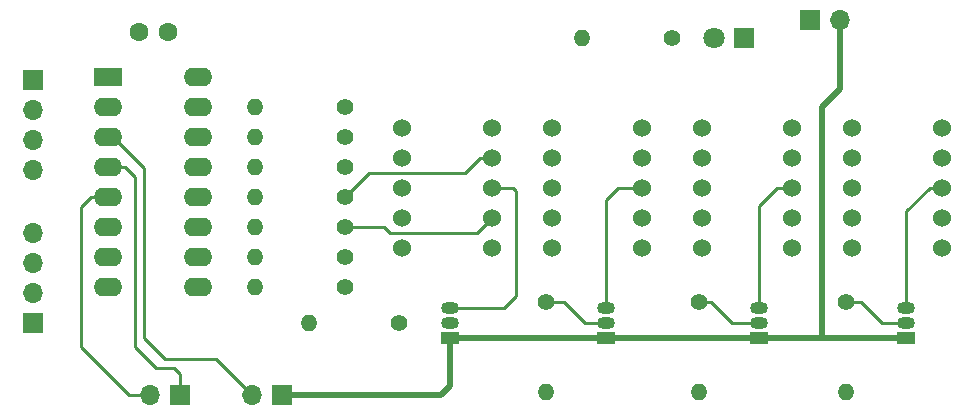
<source format=gbr>
G04 #@! TF.GenerationSoftware,KiCad,Pcbnew,(5.1.4-0-10_14)*
G04 #@! TF.CreationDate,2021-02-01T23:42:12+01:00*
G04 #@! TF.ProjectId,Display7447,44697370-6c61-4793-9734-34372e6b6963,rev?*
G04 #@! TF.SameCoordinates,Original*
G04 #@! TF.FileFunction,Copper,L2,Bot*
G04 #@! TF.FilePolarity,Positive*
%FSLAX46Y46*%
G04 Gerber Fmt 4.6, Leading zero omitted, Abs format (unit mm)*
G04 Created by KiCad (PCBNEW (5.1.4-0-10_14)) date 2021-02-01 23:42:12*
%MOMM*%
%LPD*%
G04 APERTURE LIST*
%ADD10C,1.600000*%
%ADD11R,1.800000X1.800000*%
%ADD12C,1.800000*%
%ADD13O,1.700000X1.700000*%
%ADD14R,1.700000X1.700000*%
%ADD15O,1.500000X1.050000*%
%ADD16R,1.500000X1.050000*%
%ADD17O,1.400000X1.400000*%
%ADD18C,1.400000*%
%ADD19R,2.400000X1.600000*%
%ADD20O,2.400000X1.600000*%
%ADD21C,1.524000*%
%ADD22C,0.508000*%
%ADD23C,0.254000*%
G04 APERTURE END LIST*
D10*
X93218000Y-23622000D03*
X90718000Y-23622000D03*
D11*
X141986000Y-24130000D03*
D12*
X139446000Y-24130000D03*
D13*
X81788000Y-35306000D03*
X81788000Y-32766000D03*
X81788000Y-30226000D03*
D14*
X81788000Y-27686000D03*
D13*
X91694000Y-54356000D03*
D14*
X94234000Y-54356000D03*
X147574000Y-22606000D03*
D13*
X150114000Y-22606000D03*
D14*
X81788000Y-48260000D03*
D13*
X81788000Y-45720000D03*
X81788000Y-43180000D03*
X81788000Y-40640000D03*
D14*
X102870000Y-54356000D03*
D13*
X100330000Y-54356000D03*
D15*
X117094000Y-48260000D03*
X117094000Y-46990000D03*
D16*
X117094000Y-49530000D03*
X130302000Y-49530000D03*
D15*
X130302000Y-46990000D03*
X130302000Y-48260000D03*
X143256000Y-48260000D03*
X143256000Y-46990000D03*
D16*
X143256000Y-49530000D03*
X155702000Y-49530000D03*
D15*
X155702000Y-46990000D03*
X155702000Y-48260000D03*
D17*
X128270000Y-24130000D03*
D18*
X135890000Y-24130000D03*
X108204000Y-35052000D03*
D17*
X100584000Y-35052000D03*
X100584000Y-37592000D03*
D18*
X108204000Y-37592000D03*
X108204000Y-40132000D03*
D17*
X100584000Y-40132000D03*
X100584000Y-42672000D03*
D18*
X108204000Y-42672000D03*
X108204000Y-45212000D03*
D17*
X100584000Y-45212000D03*
X100584000Y-29972000D03*
D18*
X108204000Y-29972000D03*
X108204000Y-32512000D03*
D17*
X100584000Y-32512000D03*
X105156000Y-48260000D03*
D18*
X112776000Y-48260000D03*
D17*
X125222000Y-54102000D03*
D18*
X125222000Y-46482000D03*
X138176000Y-46482000D03*
D17*
X138176000Y-54102000D03*
D18*
X150622000Y-46482000D03*
D17*
X150622000Y-54102000D03*
D19*
X88138000Y-27432000D03*
D20*
X95758000Y-45212000D03*
X88138000Y-29972000D03*
X95758000Y-42672000D03*
X88138000Y-32512000D03*
X95758000Y-40132000D03*
X88138000Y-35052000D03*
X95758000Y-37592000D03*
X88138000Y-37592000D03*
X95758000Y-35052000D03*
X88138000Y-40132000D03*
X95758000Y-32512000D03*
X88138000Y-42672000D03*
X95758000Y-29972000D03*
X88138000Y-45212000D03*
X95758000Y-27432000D03*
D21*
X120650000Y-31750000D03*
X120650000Y-34290000D03*
X120650000Y-36830000D03*
X120650000Y-39370000D03*
X120650000Y-41910000D03*
X113030000Y-41910000D03*
X113030000Y-39370000D03*
X113030000Y-36830000D03*
X113030000Y-34290000D03*
X113030000Y-31750000D03*
X125730000Y-31750000D03*
X125730000Y-34290000D03*
X125730000Y-36830000D03*
X125730000Y-39370000D03*
X125730000Y-41910000D03*
X133350000Y-41910000D03*
X133350000Y-39370000D03*
X133350000Y-36830000D03*
X133350000Y-34290000D03*
X133350000Y-31750000D03*
X146050000Y-31750000D03*
X146050000Y-34290000D03*
X146050000Y-36830000D03*
X146050000Y-39370000D03*
X146050000Y-41910000D03*
X138430000Y-41910000D03*
X138430000Y-39370000D03*
X138430000Y-36830000D03*
X138430000Y-34290000D03*
X138430000Y-31750000D03*
X151130000Y-31750000D03*
X151130000Y-34290000D03*
X151130000Y-36830000D03*
X151130000Y-39370000D03*
X151130000Y-41910000D03*
X158750000Y-41910000D03*
X158750000Y-39370000D03*
X158750000Y-36830000D03*
X158750000Y-34290000D03*
X158750000Y-31750000D03*
D22*
X102870000Y-54356000D02*
X116332000Y-54356000D01*
X117094000Y-53594000D02*
X117094000Y-49530000D01*
X116332000Y-54356000D02*
X117094000Y-53594000D01*
X117094000Y-49530000D02*
X130302000Y-49530000D01*
X131560000Y-49530000D02*
X143256000Y-49530000D01*
X130302000Y-49530000D02*
X131560000Y-49530000D01*
X150114000Y-22606000D02*
X150114000Y-28448000D01*
X150114000Y-28448000D02*
X148590000Y-29972000D01*
X148590000Y-29972000D02*
X148590000Y-37846000D01*
X148590000Y-49530000D02*
X155702000Y-49530000D01*
X148590000Y-37846000D02*
X148590000Y-49530000D01*
X143256000Y-49530000D02*
X148590000Y-49530000D01*
D23*
X86684000Y-37592000D02*
X85852000Y-38424000D01*
X88138000Y-37592000D02*
X86684000Y-37592000D01*
X85852000Y-38424000D02*
X85852000Y-50292000D01*
X89916000Y-54356000D02*
X91694000Y-54356000D01*
X85852000Y-50292000D02*
X89916000Y-54356000D01*
X89592000Y-35052000D02*
X90424000Y-35884000D01*
X88138000Y-35052000D02*
X89592000Y-35052000D01*
X90424000Y-35884000D02*
X90424000Y-50292000D01*
X90424000Y-50292000D02*
X92202000Y-52070000D01*
X92202000Y-52070000D02*
X93726000Y-52070000D01*
X94234000Y-52578000D02*
X94234000Y-54356000D01*
X93726000Y-52070000D02*
X94234000Y-52578000D01*
X97282000Y-51308000D02*
X100330000Y-54356000D01*
X92964000Y-51308000D02*
X97282000Y-51308000D01*
X88138000Y-32512000D02*
X88538000Y-32512000D01*
X91186000Y-49530000D02*
X92964000Y-51308000D01*
X88538000Y-32512000D02*
X91186000Y-35160000D01*
X91186000Y-35160000D02*
X91186000Y-49530000D01*
X120650000Y-36830000D02*
X122428000Y-36830000D01*
X122428000Y-36830000D02*
X122682000Y-37084000D01*
X122682000Y-37084000D02*
X122682000Y-45974000D01*
X121666000Y-46990000D02*
X117094000Y-46990000D01*
X122682000Y-45974000D02*
X121666000Y-46990000D01*
X133350000Y-36830000D02*
X131318000Y-36830000D01*
X130302000Y-37846000D02*
X130302000Y-46990000D01*
X131318000Y-36830000D02*
X130302000Y-37846000D01*
X125222000Y-46482000D02*
X126746000Y-46482000D01*
X128524000Y-48260000D02*
X130302000Y-48260000D01*
X126746000Y-46482000D02*
X128524000Y-48260000D01*
X140943949Y-48260000D02*
X143256000Y-48260000D01*
X139165949Y-46482000D02*
X140943949Y-48260000D01*
X138176000Y-46482000D02*
X139165949Y-46482000D01*
X146050000Y-36830000D02*
X144780000Y-36830000D01*
X143256000Y-38354000D02*
X143256000Y-46990000D01*
X144780000Y-36830000D02*
X143256000Y-38354000D01*
X155702000Y-46211000D02*
X155702000Y-46990000D01*
X155702000Y-38800370D02*
X155702000Y-46211000D01*
X157672370Y-36830000D02*
X155702000Y-38800370D01*
X158750000Y-36830000D02*
X157672370Y-36830000D01*
X153670000Y-48260000D02*
X155702000Y-48260000D01*
X151892000Y-46482000D02*
X153670000Y-48260000D01*
X150622000Y-46482000D02*
X151892000Y-46482000D01*
X119572370Y-34290000D02*
X118302370Y-35560000D01*
X120650000Y-34290000D02*
X119572370Y-34290000D01*
X110236000Y-35560000D02*
X108204000Y-37592000D01*
X118302370Y-35560000D02*
X110236000Y-35560000D01*
X112014000Y-40640000D02*
X119380000Y-40640000D01*
X111506000Y-40132000D02*
X112014000Y-40640000D01*
X119380000Y-40640000D02*
X120650000Y-39370000D01*
X108204000Y-40132000D02*
X111506000Y-40132000D01*
M02*

</source>
